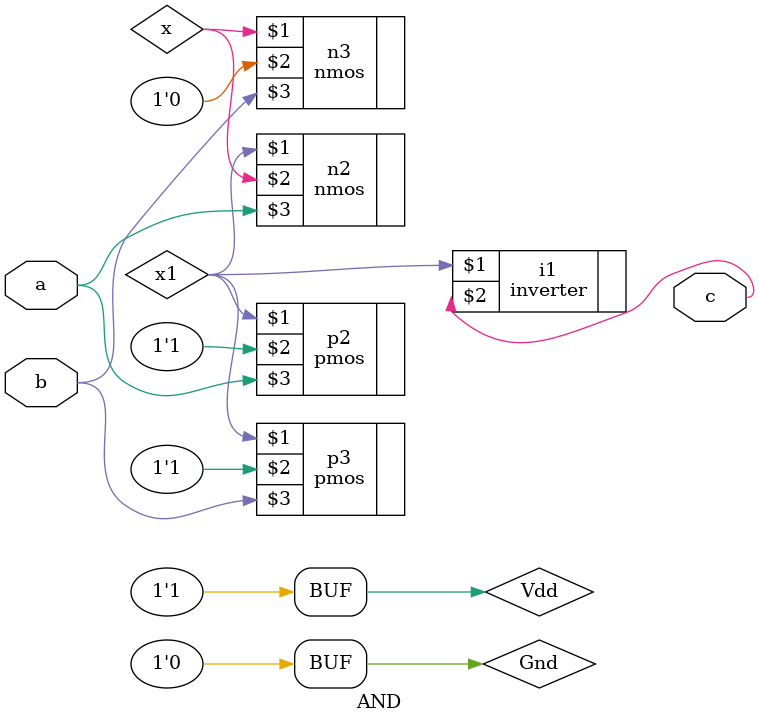
<source format=v>
module AND(a,b,c);
input a,b;
output c;
supply1 Vdd;
supply0 Gnd;
wire x,x1;
pmos p2(x1,Vdd,a);
pmos p3(x1,Vdd,b);
nmos n2(x1,x,a);
nmos n3(x,Gnd,b);
inverter i1(x1,c);
endmodule

</source>
